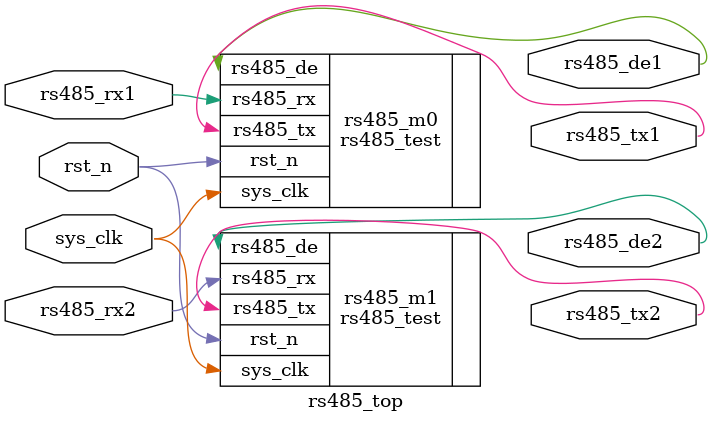
<source format=v>
`timescale 1ns / 1ps


module rs485_top(
	input                        sys_clk,       //system clock 25Mhz on board
    input                        rst_n,        //reset ,low active
	input 						 rs485_rx1,	
	output                       rs485_tx1,
	output                       rs485_de1,
	input 						 rs485_rx2,	
	output                       rs485_tx2,
	output                       rs485_de2
    );


rs485_test rs485_m0
(
    .sys_clk	(sys_clk),       //system clock 25Mhz on board
    .rst_n		(rst_n	),        //reset ,low active
	.rs485_rx	(rs485_rx1),
	.rs485_tx	(rs485_tx1),
	.rs485_de   (rs485_de1)
);
	
rs485_test rs485_m1
(
    .sys_clk	(sys_clk),       //system clock 25Mhz on board
    .rst_n		(rst_n	),        //reset ,low active
	.rs485_rx	(rs485_rx2),
	.rs485_tx	(rs485_tx2),
	.rs485_de   (rs485_de2)
);
	
endmodule

</source>
